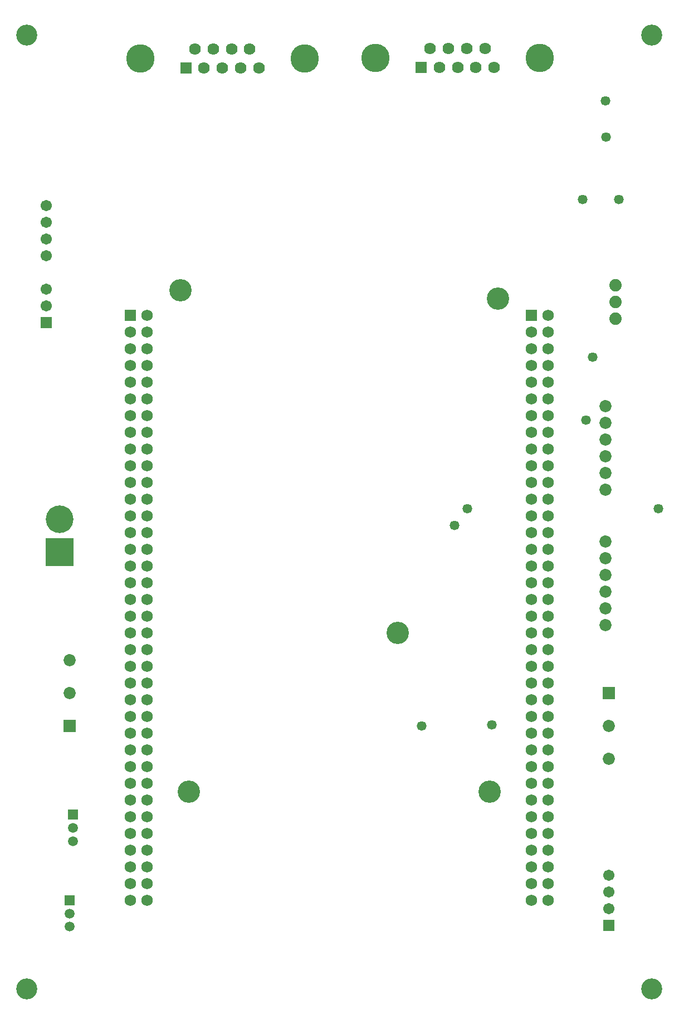
<source format=gbs>
G04*
G04 #@! TF.GenerationSoftware,Altium Limited,Altium Designer,22.8.2 (66)*
G04*
G04 Layer_Color=16711935*
%FSLAX42Y42*%
%MOMM*%
G71*
G04*
G04 #@! TF.SameCoordinates,B6351484-2ED7-4914-87D0-F8C2F53150F7*
G04*
G04*
G04 #@! TF.FilePolarity,Negative*
G04*
G01*
G75*
%ADD25C,1.73*%
%ADD26C,3.40*%
%ADD27R,1.73X1.73*%
%ADD28C,1.85*%
%ADD29C,1.71*%
%ADD30R,1.71X1.71*%
%ADD31C,1.78*%
%ADD32R,1.85X1.85*%
%ADD33C,3.20*%
%ADD34R,1.78X1.78*%
%ADD35C,4.32*%
%ADD36R,1.52X1.52*%
%ADD37C,1.52*%
%ADD38C,1.88*%
%ADD39C,4.20*%
%ADD40R,4.20X4.20*%
%ADD41C,1.47*%
D25*
X8175Y1601D02*
D03*
X7921D02*
D03*
X8175Y1855D02*
D03*
X7921D02*
D03*
X8175Y2109D02*
D03*
X7921D02*
D03*
X8175Y2363D02*
D03*
X7921D02*
D03*
X8175Y2617D02*
D03*
X7921D02*
D03*
X8175Y2871D02*
D03*
X7921D02*
D03*
X8175Y3125D02*
D03*
X7921D02*
D03*
X8175Y3379D02*
D03*
X7921D02*
D03*
X8175Y3633D02*
D03*
X7921D02*
D03*
X8175Y3887D02*
D03*
X7921D02*
D03*
X8175Y4141D02*
D03*
X7921D02*
D03*
X8175Y4395D02*
D03*
X7921D02*
D03*
X8175Y4649D02*
D03*
X7921D02*
D03*
X8175Y4903D02*
D03*
X7921D02*
D03*
X8175Y5157D02*
D03*
X7921D02*
D03*
X8175Y5411D02*
D03*
X7921D02*
D03*
X8175Y5665D02*
D03*
X7921D02*
D03*
X8175Y5919D02*
D03*
X7921D02*
D03*
X8175Y6173D02*
D03*
X7921D02*
D03*
X8175Y6427D02*
D03*
X7921D02*
D03*
X8175Y6681D02*
D03*
X7921D02*
D03*
X8175Y6935D02*
D03*
X7921D02*
D03*
X8175Y7189D02*
D03*
X7921D02*
D03*
X8175Y7443D02*
D03*
X7921D02*
D03*
X8175Y7697D02*
D03*
X7921D02*
D03*
X8175Y7951D02*
D03*
X7921D02*
D03*
X8175Y8205D02*
D03*
X7921D02*
D03*
X8175Y8459D02*
D03*
X7921D02*
D03*
X8175Y8713D02*
D03*
X7921D02*
D03*
X8175Y8967D02*
D03*
X7921D02*
D03*
X8175Y9221D02*
D03*
X7921D02*
D03*
X8175Y9475D02*
D03*
X7921D02*
D03*
X8175Y9729D02*
D03*
X7921D02*
D03*
X8175Y9983D02*
D03*
X7921D02*
D03*
X8175Y10237D02*
D03*
X7921D02*
D03*
X2079Y1603D02*
D03*
X1825D02*
D03*
X8175Y10491D02*
D03*
X2079Y1857D02*
D03*
X1825D02*
D03*
X2079Y2111D02*
D03*
X1825D02*
D03*
X2079Y2365D02*
D03*
X1825D02*
D03*
X2079Y2619D02*
D03*
X1825D02*
D03*
X2079Y2873D02*
D03*
X1825D02*
D03*
X2079Y3127D02*
D03*
X1825D02*
D03*
X2079Y3381D02*
D03*
X1825D02*
D03*
X2079Y3635D02*
D03*
X1825D02*
D03*
X2079Y3889D02*
D03*
X1825D02*
D03*
X2079Y4143D02*
D03*
X1825D02*
D03*
X2079Y4397D02*
D03*
X1825D02*
D03*
X2079Y4651D02*
D03*
X1825D02*
D03*
X2079Y4905D02*
D03*
X1825D02*
D03*
X2079Y5159D02*
D03*
X1825D02*
D03*
X2079Y5413D02*
D03*
X1825D02*
D03*
X2079Y5667D02*
D03*
X1825D02*
D03*
X2079Y5921D02*
D03*
X1825D02*
D03*
X2079Y6175D02*
D03*
X1825D02*
D03*
X2079Y6429D02*
D03*
X1825D02*
D03*
X2079Y6683D02*
D03*
X1825D02*
D03*
X2079Y6937D02*
D03*
X1825D02*
D03*
X2079Y7191D02*
D03*
X1825D02*
D03*
X2079Y7445D02*
D03*
X1825D02*
D03*
X2079Y7699D02*
D03*
X1825D02*
D03*
X2079Y7953D02*
D03*
X1825D02*
D03*
X2079Y8207D02*
D03*
X1825D02*
D03*
X2079Y8461D02*
D03*
X1825D02*
D03*
X2079Y8715D02*
D03*
X1825D02*
D03*
X2079Y8969D02*
D03*
X1825D02*
D03*
X2079Y9223D02*
D03*
X1825D02*
D03*
X2079Y9477D02*
D03*
X1825D02*
D03*
X2079Y9731D02*
D03*
X1825D02*
D03*
X2079Y9985D02*
D03*
X1825D02*
D03*
X2079Y10239D02*
D03*
X1825D02*
D03*
X2079Y10493D02*
D03*
D26*
X2587Y10874D02*
D03*
X5889Y5667D02*
D03*
X7413Y10747D02*
D03*
X7286Y3254D02*
D03*
X2714D02*
D03*
D27*
X7921Y10491D02*
D03*
X1825Y10493D02*
D03*
D28*
X9050Y8350D02*
D03*
Y8096D02*
D03*
Y7842D02*
D03*
Y8604D02*
D03*
Y8858D02*
D03*
Y9112D02*
D03*
X9100Y4250D02*
D03*
Y3750D02*
D03*
X900Y4750D02*
D03*
Y5250D02*
D03*
X9050Y6292D02*
D03*
Y6038D02*
D03*
Y5784D02*
D03*
Y6546D02*
D03*
Y6800D02*
D03*
Y7054D02*
D03*
D29*
X9100Y1981D02*
D03*
Y1727D02*
D03*
Y1473D02*
D03*
X550Y10630D02*
D03*
Y10884D02*
D03*
Y11392D02*
D03*
Y11646D02*
D03*
Y11900D02*
D03*
Y12154D02*
D03*
D30*
X9100Y1219D02*
D03*
X550Y10376D02*
D03*
D31*
X6384Y14542D02*
D03*
X6661D02*
D03*
X2808Y14534D02*
D03*
X3084D02*
D03*
X3777Y14250D02*
D03*
X3638Y14534D02*
D03*
X3500Y14250D02*
D03*
X3362Y14534D02*
D03*
X3223Y14250D02*
D03*
X2946D02*
D03*
X6522Y14258D02*
D03*
X6800D02*
D03*
X6938Y14542D02*
D03*
X7076Y14258D02*
D03*
X7215Y14542D02*
D03*
X7354Y14258D02*
D03*
D32*
X9100Y4750D02*
D03*
X900Y4250D02*
D03*
D33*
X250Y14750D02*
D03*
X9750D02*
D03*
Y250D02*
D03*
X250D02*
D03*
D34*
X2669Y14250D02*
D03*
X6246Y14258D02*
D03*
D35*
X4472Y14392D02*
D03*
X1974D02*
D03*
X5550Y14400D02*
D03*
X8049D02*
D03*
D36*
X900Y1600D02*
D03*
X950Y2900D02*
D03*
D37*
X900Y1400D02*
D03*
Y1200D02*
D03*
X950Y2700D02*
D03*
Y2500D02*
D03*
D38*
X9200Y10950D02*
D03*
Y10442D02*
D03*
Y10696D02*
D03*
D39*
X750Y7390D02*
D03*
D40*
Y6890D02*
D03*
D41*
X9850Y7550D02*
D03*
X8750Y8900D02*
D03*
X8700Y12250D02*
D03*
X8850Y9850D02*
D03*
X9053Y13200D02*
D03*
X9050Y13750D02*
D03*
X6250Y4250D02*
D03*
X7318Y4268D02*
D03*
X6950Y7550D02*
D03*
X6750Y7300D02*
D03*
X9250Y12250D02*
D03*
M02*

</source>
